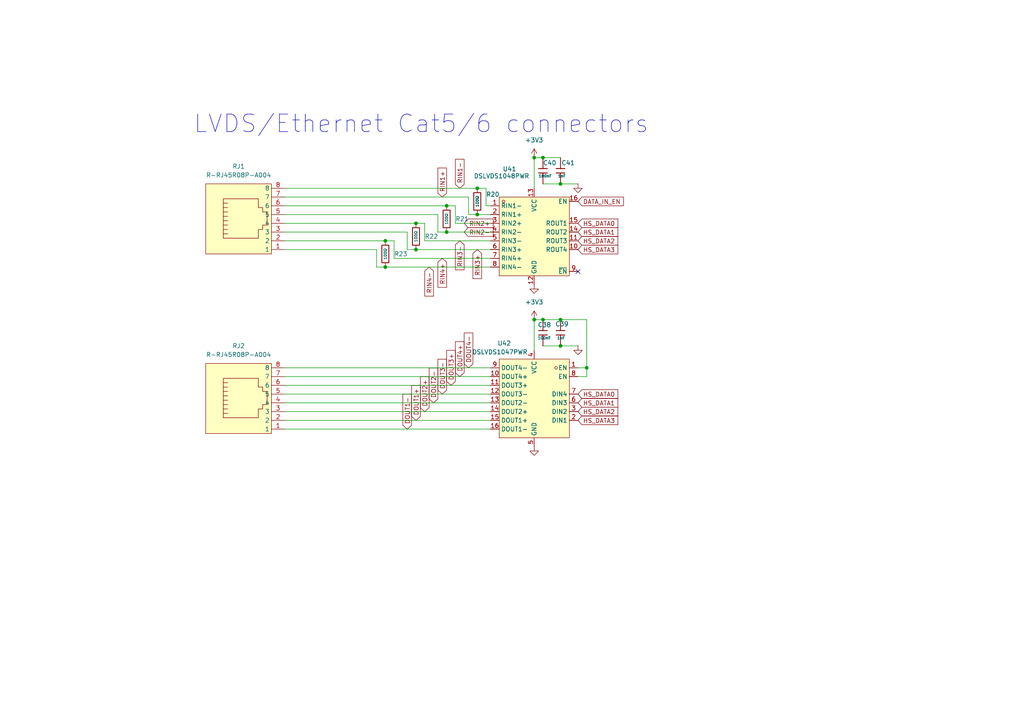
<source format=kicad_sch>
(kicad_sch (version 20250114) (generator "eeschema") (generator_version "9.0")
  (paper "A4")
  (lib_symbols
    (symbol "EasyEDA:DSLVDS1047PWR"
      (property "Reference" "U42" (at 7.62 12.954 0))
      (property "Value" "DSLVDS1047PWR" (at -10.16 13.208 0))
      (symbol "DSLVDS1047PWR_0_1"
        (rectangle (start -10.16 10.16) (end 10.16 -12.7) (fill (type background)))
        (circle (center -6.35 -10.16) (radius 0.38))
        (pin unspecified line (at -12.7 5.08 0) (length 2.54) (name "DIN1") (number "2"))
        (pin unspecified line (at -12.7 2.54 0) (length 2.54) (name "DIN2") (number "3"))
        (pin unspecified line (at -12.7 0 0) (length 2.54) (name "DIN3") (number "6"))
        (pin unspecified line (at -12.7 -2.54 0) (length 2.54) (name "DIN4") (number "7"))
        (pin unspecified line (at -12.7 -7.62 0) (length 2.54) (name "EN") (number "8"))
        (pin unspecified line (at -12.7 -10.16 0) (length 2.54) (name "EN") (number "1"))
        (pin unspecified line (at 0 12.7 270) (length 2.54) (name "GND") (number "5"))
        (pin unspecified line (at 0 -15.24 90) (length 2.54) (name "VCC") (number "4"))
        (pin unspecified line (at 12.7 7.62 180) (length 2.54) (name "DOUT1-") (number "16"))
        (pin unspecified line (at 12.7 5.08 180) (length 2.54) (name "DOUT1+") (number "15"))
        (pin unspecified line (at 12.7 2.54 180) (length 2.54) (name "DOUT2+") (number "14"))
        (pin unspecified line (at 12.7 0 180) (length 2.54) (name "DOUT2-") (number "13"))
        (pin unspecified line (at 12.7 -2.54 180) (length 2.54) (name "DOUT3-") (number "12"))
        (pin unspecified line (at 12.7 -5.08 180) (length 2.54) (name "DOUT3+") (number "11"))
        (pin unspecified line (at 12.7 -7.62 180) (length 2.54) (name "DOUT4+") (number "10"))
        (pin unspecified line (at 12.7 -10.16 180) (length 2.54) (name "DOUT4-") (number "9"))
      )
    )
    (symbol "EasyEDA:DSLVDS1048PWR"
      (property "Reference" "U41" (at 5.08 12.954 0))
      (property "Value" "DSLVDS1048PWR" (at -10.414 13.462 0))
      (symbol "DSLVDS1048PWR_0_1"
        (rectangle (start -10.16 11.43) (end 10.16 -11.43) (fill (type background)))
        (circle (center -8.89 10.16) (radius 0.38))
        (pin unspecified line (at -12.7 8.89 0) (length 2.54) (name "RIN1-") (number "1"))
        (pin unspecified line (at -12.7 6.35 0) (length 2.54) (name "RIN1+") (number "2"))
        (pin unspecified line (at -12.7 3.81 0) (length 2.54) (name "RIN2+") (number "3"))
        (pin unspecified line (at -12.7 1.27 0) (length 2.54) (name "RIN2-") (number "4"))
        (pin unspecified line (at -12.7 -1.27 0) (length 2.54) (name "RIN3-") (number "5"))
        (pin unspecified line (at -12.7 -3.81 0) (length 2.54) (name "RIN3+") (number "6"))
        (pin unspecified line (at -12.7 -6.35 0) (length 2.54) (name "RIN4+") (number "7"))
        (pin unspecified line (at -12.7 -8.89 0) (length 2.54) (name "RIN4-") (number "8"))
        (pin unspecified line (at 0 13.97 270) (length 2.54) (name "VCC") (number "13"))
        (pin unspecified line (at 0 -13.97 90) (length 2.54) (name "GND") (number "12"))
        (pin unspecified line (at 12.7 10.16 180) (length 2.54) (name "EN") (number "16"))
        (pin unspecified line (at 12.7 3.81 180) (length 2.54) (name "ROUT1") (number "15"))
        (pin unspecified line (at 12.7 1.27 180) (length 2.54) (name "ROUT2") (number "14"))
        (pin unspecified line (at 12.7 -1.27 180) (length 2.54) (name "ROUT3") (number "11"))
        (pin unspecified line (at 12.7 -3.81 180) (length 2.54) (name "ROUT4") (number "10"))
        (pin unspecified line (at 12.7 -10.16 180) (length 2.54) (name "~{EN}") (number "9"))
      )
    )
    (symbol "EasyEDA:R-RJ45R08P-A004"
      (property "Reference" "RJ" (at 0 -7.62 0))
      (property "Value" "R-RJ45R08P-A004" (at 0 -17.78 0))
      (symbol "R-RJ45R08P-A004_0_1"
        (rectangle (start -11.43 10.16) (end 8.89 -8.89) (fill (type background)))
        (polyline (pts (xy -6.86 5.08) (xy 4.57 5.08) (xy 4.57 -5.08) (xy 2.03 -5.08) (xy 2.03 -6.35) (xy 0.76 -6.35) (xy 0.76 -7.62) (xy -3.05 -7.62) (xy -3.05 -6.35) (xy -4.32 -6.35) (xy -4.32 -5.08) (xy -6.86 -5.08) (xy -6.86 5.08) (xy -6.86 5.08)) (fill (type background)))
        (polyline (pts (xy -5.59 3.81) (xy -5.59 5.08) (xy -5.59 5.08)))
        (polyline (pts (xy -4.32 5.08) (xy -4.32 3.81) (xy -4.32 3.81)))
        (polyline (pts (xy -3.05 5.08) (xy -3.05 3.81) (xy -3.05 3.81)))
        (polyline (pts (xy -1.78 5.08) (xy -1.78 3.81) (xy -1.78 3.81)))
        (polyline (pts (xy -0.51 5.08) (xy -0.51 3.81) (xy -0.51 3.81)))
        (polyline (pts (xy 0.76 5.08) (xy 0.76 3.81) (xy 0.76 3.81)))
        (polyline (pts (xy 2.03 3.81) (xy 2.03 5.08) (xy 2.03 5.08)))
        (polyline (pts (xy 3.3 3.81) (xy 3.3 5.08) (xy 3.3 5.08)))
        (pin unspecified line (at -10.16 -12.7 90) (length 3.81) (name "1") (number "1"))
        (pin unspecified line (at -7.62 -12.7 90) (length 3.81) (name "2") (number "2"))
        (pin unspecified line (at -5.08 -12.7 90) (length 3.81) (name "3") (number "3"))
        (pin unspecified line (at -2.54 -12.7 90) (length 3.81) (name "4") (number "4"))
        (pin unspecified line (at 0 -12.7 90) (length 3.81) (name "5") (number "5"))
        (pin unspecified line (at 2.54 -12.7 90) (length 3.81) (name "6") (number "6"))
        (pin unspecified line (at 5.08 -12.7 90) (length 3.81) (name "7") (number "7"))
        (pin unspecified line (at 7.62 -12.7 90) (length 3.81) (name "8") (number "8"))
      )
    )
    (symbol "PCM_JLCPCB-Capacitors:0402,100nF" (pin_numbers (hide yes)) (pin_names (offset 0))
      (property "Reference" "C" (at 2.032 1.668 0))
      (property "Value" "100nF" (at 2.032 -0.3782 0))
      (property "Voltage Rated" "16V" (at 2.032 -2.0462 0))
      (symbol "0402,100nF_0_1"
        (polyline (pts (xy -1.27 0.635) (xy 1.27 0.635)) (stroke (width 0.254)))
        (polyline (pts (xy -1.27 -0.635) (xy 1.27 -0.635)) (stroke (width 0.254)))
      )
      (symbol "0402,100nF_1_1"
        (pin passive line (at 0 3.81 270) (length 3.175) (name "~") (number "1"))
        (pin passive line (at 0 -3.81 90) (length 3.175) (name "~") (number "2"))
      )
    )
    (symbol "PCM_JLCPCB-Capacitors:0402,1nF" (pin_numbers (hide yes)) (pin_names (offset 0))
      (property "Reference" "C" (at 2.032 1.668 0))
      (property "Value" "1nF" (at 2.032 -0.3782 0))
      (property "Voltage Rated" "50V" (at 2.032 -2.0462 0))
      (symbol "0402,1nF_0_1"
        (polyline (pts (xy -1.27 0.635) (xy 1.27 0.635)) (stroke (width 0.254)))
        (polyline (pts (xy -1.27 -0.635) (xy 1.27 -0.635)) (stroke (width 0.254)))
      )
      (symbol "0402,1nF_1_1"
        (pin passive line (at 0 3.81 270) (length 3.175) (name "~") (number "1"))
        (pin passive line (at 0 -3.81 90) (length 3.175) (name "~") (number "2"))
      )
    )
    (symbol "PCM_JLCPCB-Resistors:0402,100Ω" (pin_numbers (hide yes)) (pin_names (offset 0))
      (property "Reference" "R" (at 1.778 0 0))
      (property "Value" "100Ω" (at 0 0 90))
      (symbol "0402,100Ω_0_1"
        (rectangle (start -1.016 2.54) (end 1.016 -2.54) (stroke (width 0.254)))
      )
      (symbol "0402,100Ω_1_1"
        (pin passive line (at 0 3.81 270) (length 1.27) (name "~") (number "1"))
        (pin passive line (at 0 -3.81 90) (length 1.27) (name "~") (number "2"))
      )
    )
    (symbol "power:+3V3" (power) (pin_numbers (hide yes)) (pin_names (offset 0) (hide yes))
      (property "Value" "+3V3" (at 0 3.556 0))
      (symbol "+3V3_0_1"
        (polyline (pts (xy -0.762 1.27) (xy 0 2.54)))
        (polyline (pts (xy 0 2.54) (xy 0.762 1.27)))
        (polyline (pts (xy 0 0) (xy 0 2.54)))
      )
      (symbol "+3V3_1_1"
        (pin power_in line (at 0 0 90) (length 0) (name "~") (number "1"))
      )
    )
    (symbol "power:GND" (power) (pin_numbers (hide yes)) (pin_names (offset 0) (hide yes))
      (property "Value" "GND" (at 0 -3.81 0))
      (symbol "GND_0_1"
        (polyline (pts (xy 0 0) (xy 0 -1.27) (xy 1.27 -1.27) (xy 0 -2.54) (xy -1.27 -1.27) (xy 0 -1.27)))
      )
      (symbol "GND_1_1"
        (pin power_in line (at 0 0 270) (length 0) (name "~") (number "1"))
      )
    )
  )
  (text "LVDS/Ethernet Cat5/6 connectors" (at 122.174 36.068 0) (effects (font (size 5.08 5.08))))
  (junction (at 129.54 67.31))
  (junction (at 157.48 45.72))
  (junction (at 111.76 77.47))
  (junction (at 162.56 92.71))
  (junction (at 129.54 59.69))
  (junction (at 157.48 92.71))
  (junction (at 154.94 92.71))
  (junction (at 162.56 100.33))
  (junction (at 162.56 53.34))
  (junction (at 154.94 45.72))
  (junction (at 111.76 69.85))
  (junction (at 120.65 72.39))
  (junction (at 138.43 54.61))
  (junction (at 138.43 62.23))
  (junction (at 120.65 64.77))
  (junction (at 170.18 106.68))
  (no_connect (at 167.64 78.74))
  (wire (pts (xy 82.55 59.69) (xy 129.54 59.69)))
  (wire (pts (xy 114.3 74.93) (xy 142.24 74.93)))
  (wire (pts (xy 129.54 67.31) (xy 142.24 67.31)))
  (wire (pts (xy 114.3 74.93) (xy 114.3 69.85)))
  (wire (pts (xy 118.11 72.39) (xy 118.11 67.31)))
  (wire (pts (xy 82.55 119.38) (xy 142.24 119.38)))
  (wire (pts (xy 162.56 53.34) (xy 167.64 53.34)))
  (wire (pts (xy 120.65 72.39) (xy 142.24 72.39)))
  (wire (pts (xy 111.76 69.85) (xy 114.3 69.85)))
  (wire (pts (xy 82.55 69.85) (xy 111.76 69.85)))
  (wire (pts (xy 82.55 111.76) (xy 142.24 111.76)))
  (wire (pts (xy 138.43 62.23) (xy 142.24 62.23)))
  (wire (pts (xy 157.48 92.71) (xy 162.56 92.71)))
  (wire (pts (xy 120.65 72.39) (xy 118.11 72.39)))
  (wire (pts (xy 111.76 77.47) (xy 109.22 77.47)))
  (wire (pts (xy 138.43 62.23) (xy 135.89 62.23)))
  (wire (pts (xy 154.94 45.72) (xy 157.48 45.72)))
  (wire (pts (xy 157.48 100.33) (xy 162.56 100.33)))
  (wire (pts (xy 82.55 106.68) (xy 142.24 106.68)))
  (wire (pts (xy 82.55 109.22) (xy 142.24 109.22)))
  (wire (pts (xy 132.08 64.77) (xy 132.08 59.69)))
  (wire (pts (xy 154.94 92.71) (xy 157.48 92.71)))
  (wire (pts (xy 170.18 106.68) (xy 167.64 106.68)))
  (wire (pts (xy 135.89 62.23) (xy 135.89 57.15)))
  (wire (pts (xy 82.55 72.39) (xy 109.22 72.39)))
  (wire (pts (xy 140.97 59.69) (xy 140.97 54.61)))
  (wire (pts (xy 82.55 54.61) (xy 138.43 54.61)))
  (wire (pts (xy 162.56 92.71) (xy 170.18 92.71)))
  (wire (pts (xy 123.19 69.85) (xy 123.19 64.77)))
  (wire (pts (xy 82.55 57.15) (xy 135.89 57.15)))
  (wire (pts (xy 170.18 106.68) (xy 170.18 109.22)))
  (wire (pts (xy 82.55 64.77) (xy 120.65 64.77)))
  (wire (pts (xy 123.19 69.85) (xy 142.24 69.85)))
  (wire (pts (xy 127 67.31) (xy 127 62.23)))
  (wire (pts (xy 154.94 45.72) (xy 154.94 54.61)))
  (wire (pts (xy 82.55 62.23) (xy 127 62.23)))
  (wire (pts (xy 140.97 54.61) (xy 138.43 54.61)))
  (wire (pts (xy 120.65 64.77) (xy 123.19 64.77)))
  (wire (pts (xy 170.18 109.22) (xy 167.64 109.22)))
  (wire (pts (xy 129.54 67.31) (xy 127 67.31)))
  (wire (pts (xy 129.54 59.69) (xy 132.08 59.69)))
  (wire (pts (xy 142.24 59.69) (xy 140.97 59.69)))
  (wire (pts (xy 170.18 92.71) (xy 170.18 106.68)))
  (wire (pts (xy 154.94 92.71) (xy 154.94 101.6)))
  (wire (pts (xy 142.24 77.47) (xy 111.76 77.47)))
  (wire (pts (xy 82.55 114.3) (xy 142.24 114.3)))
  (wire (pts (xy 132.08 64.77) (xy 142.24 64.77)))
  (wire (pts (xy 162.56 100.33) (xy 167.64 100.33)))
  (wire (pts (xy 82.55 67.31) (xy 118.11 67.31)))
  (wire (pts (xy 82.55 121.92) (xy 142.24 121.92)))
  (wire (pts (xy 109.22 77.47) (xy 109.22 72.39)))
  (wire (pts (xy 82.55 116.84) (xy 142.24 116.84)))
  (wire (pts (xy 157.48 53.34) (xy 162.56 53.34)))
  (wire (pts (xy 82.55 124.46) (xy 142.24 124.46)))
  (wire (pts (xy 157.48 45.72) (xy 162.56 45.72)))
  (global_label "RIN4+" (shape input) (at 128.27 74.93 270) (property "Intersheetrefs" "${INTERSHEET_REFS}" (effects (hide yes))))
  (global_label "RIN1+" (shape input) (at 128.27 57.15 90) (property "Intersheetrefs" "${INTERSHEET_REFS}" (effects (hide yes))))
  (global_label "HS_DATA1" (shape input) (at 167.64 116.84 0) (property "Intersheetrefs" "${INTERSHEET_REFS}" (effects (hide yes))))
  (global_label "RIN4-" (shape input) (at 124.46 77.47 270) (property "Intersheetrefs" "${INTERSHEET_REFS}" (effects (hide yes))))
  (global_label "HS_DATA3" (shape input) (at 167.64 121.92 0) (property "Intersheetrefs" "${INTERSHEET_REFS}" (effects (hide yes))))
  (global_label "DOUT2+" (shape input) (at 123.19 119.38 90) (property "Intersheetrefs" "${INTERSHEET_REFS}" (effects (hide yes))))
  (global_label "HS_DATA0" (shape input) (at 167.64 114.3 0) (property "Intersheetrefs" "${INTERSHEET_REFS}" (effects (hide yes))))
  (global_label "HS_DATA1" (shape input) (at 167.64 67.31 0) (property "Intersheetrefs" "${INTERSHEET_REFS}" (effects (hide yes))))
  (global_label "DOUT3+" (shape input) (at 130.81 111.76 90) (property "Intersheetrefs" "${INTERSHEET_REFS}" (effects (hide yes))))
  (global_label "DATA_IN_EN" (shape input) (at 167.64 58.42 0) (property "Intersheetrefs" "${INTERSHEET_REFS}" (effects (hide yes))))
  (global_label "RIN3-" (shape input) (at 133.35 69.85 270) (property "Intersheetrefs" "${INTERSHEET_REFS}" (effects (hide yes))))
  (global_label "HS_DATA2" (shape input) (at 167.64 69.85 0) (property "Intersheetrefs" "${INTERSHEET_REFS}" (effects (hide yes))))
  (global_label "DOUT1+" (shape input) (at 120.65 121.92 90) (property "Intersheetrefs" "${INTERSHEET_REFS}" (effects (hide yes))))
  (global_label "DOUT4-" (shape input) (at 135.89 106.68 90) (property "Intersheetrefs" "${INTERSHEET_REFS}" (effects (hide yes))))
  (global_label "RIN2+" (shape input) (at 134.62 64.77 0) (property "Intersheetrefs" "${INTERSHEET_REFS}" (effects (hide yes))))
  (global_label "DOUT1-" (shape input) (at 118.11 124.46 90) (property "Intersheetrefs" "${INTERSHEET_REFS}" (effects (hide yes))))
  (global_label "RIN3+" (shape input) (at 138.43 72.39 270) (property "Intersheetrefs" "${INTERSHEET_REFS}" (effects (hide yes))))
  (global_label "HS_DATA3" (shape input) (at 167.64 72.39 0) (property "Intersheetrefs" "${INTERSHEET_REFS}" (effects (hide yes))))
  (global_label "DOUT4+" (shape input) (at 133.35 109.22 90) (property "Intersheetrefs" "${INTERSHEET_REFS}" (effects (hide yes))))
  (global_label "RIN1-" (shape input) (at 133.35 54.61 90) (property "Intersheetrefs" "${INTERSHEET_REFS}" (effects (hide yes))))
  (global_label "DOUT3-" (shape input) (at 128.27 114.3 90) (property "Intersheetrefs" "${INTERSHEET_REFS}" (effects (hide yes))))
  (global_label "RIN2-" (shape input) (at 134.62 67.31 0) (property "Intersheetrefs" "${INTERSHEET_REFS}" (effects (hide yes))))
  (global_label "HS_DATA2" (shape input) (at 167.64 119.38 0) (property "Intersheetrefs" "${INTERSHEET_REFS}" (effects (hide yes))))
  (global_label "HS_DATA0" (shape input) (at 167.64 64.77 0) (property "Intersheetrefs" "${INTERSHEET_REFS}" (effects (hide yes))))
  (global_label "DOUT2-" (shape input) (at 125.73 116.84 90) (property "Intersheetrefs" "${INTERSHEET_REFS}" (effects (hide yes))))
  (symbol (lib_id "EasyEDA:R-RJ45R08P-A004") (at 69.85 114.3 90) (unit 1)
    (property "Reference" "RJ2" (at 69.215 100.33 90))
    (property "Value" "R-RJ45R08P-A004" (at 69.215 102.87 90))
    (property "Footprint" "EasyEDA:RJ45-TH_R-RJ45R08P-A004" (effects (hide yes)))
    (property "Datasheet" "https://lcsc.com/product-detail/New-Arrivals_Shenzhen-Cankemeng-R-RJ45R08P-A004_C385834.html" (effects (hide yes)))
    (property "LCSC Part" "C385834" (effects (hide yes)))
  )
  (symbol (lib_id "power:+3V3") (at 154.94 92.71 0) (unit 1)
    (property "Reference" "#PWR098" (effects (hide yes)))
    (property "Value" "+3V3" (at 154.94 87.63 0))
    (property "Description" "Power symbol creates a global label with name \"+3V3\"" (effects (hide yes)))
  )
  (symbol (lib_id "PCM_JLCPCB-Resistors:0402,100Ω") (at 138.43 58.42 0) (unit 1)
    (property "Reference" "R20" (at 140.97 56.388 0) (effects (justify left)))
    (property "Value" "100Ω" (at 138.43 58.42 90) (effects (font (size 0.8 0.8))))
    (property "Footprint" "PCM_JLCPCB:R_0402" (effects (hide yes)))
    (property "Datasheet" "https://www.lcsc.com/datasheet/lcsc_datasheet_2205311900_UNI-ROYAL-Uniroyal-Elec-0402WGF1000TCE_C25076.pdf" (effects (hide yes)))
    (property "Description" "62.5mW Thick Film Resistors 50V ±1% ±200ppm/°C 100Ω 0402 Chip Resistor - Surface Mount ROHS" (effects (hide yes)))
    (property "LCSC" "C25076" (effects (hide yes)))
    (property "Stock" "3895168" (effects (hide yes)))
    (property "Price" "0.004USD" (effects (hide yes)))
    (property "Process" "SMT" (effects (hide yes)))
    (property "Minimum Qty" "20" (effects (hide yes)))
    (property "Attrition Qty" "10" (effects (hide yes)))
    (property "Class" "Basic Component" (effects (hide yes)))
    (property "Category" "Resistors,Chip Resistor - Surface Mount" (effects (hide yes)))
    (property "Manufacturer" "UNI-ROYAL(Uniroyal Elec)" (effects (hide yes)))
    (property "Part" "0402WGF1000TCE" (effects (hide yes)))
    (property "Resistance" "100Ω" (effects (hide yes)))
    (property "Power(Watts)" "62.5mW" (effects (hide yes)))
    (property "Type" "Thick Film Resistors" (effects (hide yes)))
    (property "Overload Voltage (Max)" "50V" (effects (hide yes)))
    (property "Operating Temperature Range" "-55°C~+155°C" (effects (hide yes)))
    (property "Tolerance" "±1%" (effects (hide yes)))
    (property "Temperature Coefficient" "±200ppm/°C" (effects (hide yes)))
  )
  (symbol (lib_id "PCM_JLCPCB-Capacitors:0402,1nF") (at 162.56 96.52 0) (unit 1)
    (property "Reference" "C39" (at 161.036 93.98 0) (effects (justify left)))
    (property "Value" "1nF" (at 161.544 98.044 0) (effects (font (size 0.8 0.8)) (justify left)))
    (property "Footprint" "PCM_JLCPCB:C_0402" (effects (hide yes)))
    (property "Datasheet" "https://www.lcsc.com/datasheet/lcsc_datasheet_2304140030_FH--Guangdong-Fenghua-Advanced-Tech-0402B102K500NT_C1523.pdf" (effects (hide yes)))
    (property "Description" "50V 1nF X7R ±10% 0402 Multilayer Ceramic Capacitors MLCC - SMD/SMT ROHS" (effects (hide yes)))
    (property "LCSC" "C1523" (effects (hide yes)))
    (property "Stock" "4912077" (effects (hide yes)))
    (property "Price" "0.004USD" (effects (hide yes)))
    (property "Process" "SMT" (effects (hide yes)))
    (property "Minimum Qty" "20" (effects (hide yes)))
    (property "Attrition Qty" "10" (effects (hide yes)))
    (property "Class" "Basic Component" (effects (hide yes)))
    (property "Category" "Capacitors,Multilayer Ceramic Capacitors MLCC - SMD/SMT" (effects (hide yes)))
    (property "Manufacturer" "FH(Guangdong Fenghua Advanced Tech)" (effects (hide yes)))
    (property "Part" "0402B102K500NT" (effects (hide yes)))
    (property "Voltage Rated" "50V" (effects (hide yes)))
    (property "Tolerance" "±10%" (effects (hide yes)))
    (property "Capacitance" "1nF" (effects (hide yes)))
    (property "Temperature Coefficient" "X7R" (effects (hide yes)))
  )
  (symbol (lib_id "power:GND") (at 154.94 82.55 0) (unit 1)
    (property "Reference" "#PWR097" (effects (hide yes)))
    (property "Value" "GND" (effects (hide yes)))
    (property "Description" "Power symbol creates a global label with name \"GND\" , ground" (effects (hide yes)))
  )
  (symbol (lib_id "PCM_JLCPCB-Capacitors:0402,100nF") (at 157.48 96.52 0) (unit 1)
    (property "Reference" "C38" (at 155.956 94.234 0) (effects (justify left)))
    (property "Value" "100nF" (at 155.956 98.044 0) (effects (font (size 0.8 0.8)) (justify left)))
    (property "Footprint" "PCM_JLCPCB:C_0402" (effects (hide yes)))
    (property "Datasheet" "https://www.lcsc.com/datasheet/lcsc_datasheet_2304140030_Samsung-Electro-Mechanics-CL05B104KO5NNNC_C1525.pdf" (effects (hide yes)))
    (property "Description" "16V 100nF X7R ±10% 0402 Multilayer Ceramic Capacitors MLCC - SMD/SMT ROHS" (effects (hide yes)))
    (property "LCSC" "C1525" (effects (hide yes)))
    (property "Stock" "16712941" (effects (hide yes)))
    (property "Price" "0.004USD" (effects (hide yes)))
    (property "Process" "SMT" (effects (hide yes)))
    (property "Minimum Qty" "20" (effects (hide yes)))
    (property "Attrition Qty" "10" (effects (hide yes)))
    (property "Class" "Basic Component" (effects (hide yes)))
    (property "Category" "Capacitors,Multilayer Ceramic Capacitors MLCC - SMD/SMT" (effects (hide yes)))
    (property "Manufacturer" "Samsung Electro-Mechanics" (effects (hide yes)))
    (property "Part" "CL05B104KO5NNNC" (effects (hide yes)))
    (property "Voltage Rated" "16V" (effects (hide yes)))
    (property "Tolerance" "±10%" (effects (hide yes)))
    (property "Capacitance" "100nF" (effects (hide yes)))
    (property "Temperature Coefficient" "X7R" (effects (hide yes)))
  )
  (symbol (lib_id "PCM_JLCPCB-Capacitors:0402,1nF") (at 162.56 49.53 0) (unit 1)
    (property "Reference" "C41" (at 162.814 47.244 0) (effects (justify left)))
    (property "Value" "1nF" (at 161.798 51.054 0) (effects (font (size 0.8 0.8)) (justify left)))
    (property "Footprint" "PCM_JLCPCB:C_0402" (effects (hide yes)))
    (property "Datasheet" "https://www.lcsc.com/datasheet/lcsc_datasheet_2304140030_FH--Guangdong-Fenghua-Advanced-Tech-0402B102K500NT_C1523.pdf" (effects (hide yes)))
    (property "Description" "50V 1nF X7R ±10% 0402 Multilayer Ceramic Capacitors MLCC - SMD/SMT ROHS" (effects (hide yes)))
    (property "LCSC" "C1523" (effects (hide yes)))
    (property "Stock" "4912077" (effects (hide yes)))
    (property "Price" "0.004USD" (effects (hide yes)))
    (property "Process" "SMT" (effects (hide yes)))
    (property "Minimum Qty" "20" (effects (hide yes)))
    (property "Attrition Qty" "10" (effects (hide yes)))
    (property "Class" "Basic Component" (effects (hide yes)))
    (property "Category" "Capacitors,Multilayer Ceramic Capacitors MLCC - SMD/SMT" (effects (hide yes)))
    (property "Manufacturer" "FH(Guangdong Fenghua Advanced Tech)" (effects (hide yes)))
    (property "Part" "0402B102K500NT" (effects (hide yes)))
    (property "Voltage Rated" "50V" (effects (hide yes)))
    (property "Tolerance" "±10%" (effects (hide yes)))
    (property "Capacitance" "1nF" (effects (hide yes)))
    (property "Temperature Coefficient" "X7R" (effects (hide yes)))
  )
  (symbol (lib_id "PCM_JLCPCB-Resistors:0402,100Ω") (at 129.54 63.5 0) (unit 1)
    (property "Reference" "R21" (at 132.08 63.4999 0) (effects (justify left)))
    (property "Value" "100Ω" (at 129.54 63.5 90) (effects (font (size 0.8 0.8))))
    (property "Footprint" "PCM_JLCPCB:R_0402" (effects (hide yes)))
    (property "Datasheet" "https://www.lcsc.com/datasheet/lcsc_datasheet_2205311900_UNI-ROYAL-Uniroyal-Elec-0402WGF1000TCE_C25076.pdf" (effects (hide yes)))
    (property "Description" "62.5mW Thick Film Resistors 50V ±1% ±200ppm/°C 100Ω 0402 Chip Resistor - Surface Mount ROHS" (effects (hide yes)))
    (property "LCSC" "C25076" (effects (hide yes)))
    (property "Stock" "3895168" (effects (hide yes)))
    (property "Price" "0.004USD" (effects (hide yes)))
    (property "Process" "SMT" (effects (hide yes)))
    (property "Minimum Qty" "20" (effects (hide yes)))
    (property "Attrition Qty" "10" (effects (hide yes)))
    (property "Class" "Basic Component" (effects (hide yes)))
    (property "Category" "Resistors,Chip Resistor - Surface Mount" (effects (hide yes)))
    (property "Manufacturer" "UNI-ROYAL(Uniroyal Elec)" (effects (hide yes)))
    (property "Part" "0402WGF1000TCE" (effects (hide yes)))
    (property "Resistance" "100Ω" (effects (hide yes)))
    (property "Power(Watts)" "62.5mW" (effects (hide yes)))
    (property "Type" "Thick Film Resistors" (effects (hide yes)))
    (property "Overload Voltage (Max)" "50V" (effects (hide yes)))
    (property "Operating Temperature Range" "-55°C~+155°C" (effects (hide yes)))
    (property "Tolerance" "±1%" (effects (hide yes)))
    (property "Temperature Coefficient" "±200ppm/°C" (effects (hide yes)))
  )
  (symbol (lib_id "power:+3V3") (at 154.94 45.72 0) (unit 1)
    (property "Reference" "#PWR0101" (effects (hide yes)))
    (property "Value" "+3V3" (at 154.94 40.64 0))
    (property "Description" "Power symbol creates a global label with name \"+3V3\"" (effects (hide yes)))
  )
  (symbol (lib_id "PCM_JLCPCB-Capacitors:0402,100nF") (at 157.48 49.53 0) (unit 1)
    (property "Reference" "C40" (at 157.48 47.244 0) (effects (justify left)))
    (property "Value" "100nF" (at 156.21 51.054 0) (effects (font (size 0.8 0.8)) (justify left)))
    (property "Footprint" "PCM_JLCPCB:C_0402" (effects (hide yes)))
    (property "Datasheet" "https://www.lcsc.com/datasheet/lcsc_datasheet_2304140030_Samsung-Electro-Mechanics-CL05B104KO5NNNC_C1525.pdf" (effects (hide yes)))
    (property "Description" "16V 100nF X7R ±10% 0402 Multilayer Ceramic Capacitors MLCC - SMD/SMT ROHS" (effects (hide yes)))
    (property "LCSC" "C1525" (effects (hide yes)))
    (property "Stock" "16712941" (effects (hide yes)))
    (property "Price" "0.004USD" (effects (hide yes)))
    (property "Process" "SMT" (effects (hide yes)))
    (property "Minimum Qty" "20" (effects (hide yes)))
    (property "Attrition Qty" "10" (effects (hide yes)))
    (property "Class" "Basic Component" (effects (hide yes)))
    (property "Category" "Capacitors,Multilayer Ceramic Capacitors MLCC - SMD/SMT" (effects (hide yes)))
    (property "Manufacturer" "Samsung Electro-Mechanics" (effects (hide yes)))
    (property "Part" "CL05B104KO5NNNC" (effects (hide yes)))
    (property "Voltage Rated" "16V" (effects (hide yes)))
    (property "Tolerance" "±10%" (effects (hide yes)))
    (property "Capacitance" "100nF" (effects (hide yes)))
    (property "Temperature Coefficient" "X7R" (effects (hide yes)))
  )
  (symbol (lib_id "PCM_JLCPCB-Resistors:0402,100Ω") (at 111.76 73.66 0) (unit 1)
    (property "Reference" "R23" (at 114.3 73.6599 0) (effects (justify left)))
    (property "Value" "100Ω" (at 111.76 73.66 90) (effects (font (size 0.8 0.8))))
    (property "Footprint" "PCM_JLCPCB:R_0402" (effects (hide yes)))
    (property "Datasheet" "https://www.lcsc.com/datasheet/lcsc_datasheet_2205311900_UNI-ROYAL-Uniroyal-Elec-0402WGF1000TCE_C25076.pdf" (effects (hide yes)))
    (property "Description" "62.5mW Thick Film Resistors 50V ±1% ±200ppm/°C 100Ω 0402 Chip Resistor - Surface Mount ROHS" (effects (hide yes)))
    (property "LCSC" "C25076" (effects (hide yes)))
    (property "Stock" "3895168" (effects (hide yes)))
    (property "Price" "0.004USD" (effects (hide yes)))
    (property "Process" "SMT" (effects (hide yes)))
    (property "Minimum Qty" "20" (effects (hide yes)))
    (property "Attrition Qty" "10" (effects (hide yes)))
    (property "Class" "Basic Component" (effects (hide yes)))
    (property "Category" "Resistors,Chip Resistor - Surface Mount" (effects (hide yes)))
    (property "Manufacturer" "UNI-ROYAL(Uniroyal Elec)" (effects (hide yes)))
    (property "Part" "0402WGF1000TCE" (effects (hide yes)))
    (property "Resistance" "100Ω" (effects (hide yes)))
    (property "Power(Watts)" "62.5mW" (effects (hide yes)))
    (property "Type" "Thick Film Resistors" (effects (hide yes)))
    (property "Overload Voltage (Max)" "50V" (effects (hide yes)))
    (property "Operating Temperature Range" "-55°C~+155°C" (effects (hide yes)))
    (property "Tolerance" "±1%" (effects (hide yes)))
    (property "Temperature Coefficient" "±200ppm/°C" (effects (hide yes)))
  )
  (symbol (lib_id "EasyEDA:DSLVDS1047PWR") (at 154.94 116.84 180) (unit 1)
    (property "Reference" "U42" (at 144.272 99.568 0) (effects (justify right)))
    (property "Value" "DSLVDS1047PWR" (at 136.906 102.108 0) (effects (justify right)))
    (property "Footprint" "EasyEDA:TSSOP-16_L5.0-W4.4-P0.65-LS6.4-TL" (effects (hide yes)))
    (property "LCSC Part" "C2671205" (effects (hide yes)))
  )
  (symbol (lib_id "power:GND") (at 167.64 100.33 0) (unit 1)
    (property "Reference" "#PWR0100" (effects (hide yes)))
    (property "Value" "GND" (effects (hide yes)))
    (property "Description" "Power symbol creates a global label with name \"GND\" , ground" (effects (hide yes)))
  )
  (symbol (lib_id "EasyEDA:DSLVDS1048PWR") (at 154.94 68.58 0) (unit 1)
    (property "Reference" "U41" (at 145.796 49.022 0) (effects (justify left)))
    (property "Value" "DSLVDS1048PWR" (at 137.414 51.054 0) (effects (justify left)))
    (property "Footprint" "EasyEDA:TSSOP-16_L5.0-W4.4-P0.65-LS6.4-BL" (effects (hide yes)))
    (property "LCSC Part" "C2671655" (effects (hide yes)))
  )
  (symbol (lib_id "power:GND") (at 154.94 129.54 0) (unit 1)
    (property "Reference" "#PWR096" (effects (hide yes)))
    (property "Value" "GND" (effects (hide yes)))
    (property "Description" "Power symbol creates a global label with name \"GND\" , ground" (effects (hide yes)))
  )
  (symbol (lib_id "EasyEDA:R-RJ45R08P-A004") (at 69.85 62.23 90) (unit 1)
    (property "Reference" "RJ1" (at 69.215 48.26 90))
    (property "Value" "R-RJ45R08P-A004" (at 69.215 50.8 90))
    (property "Footprint" "EasyEDA:RJ45-TH_R-RJ45R08P-A004" (effects (hide yes)))
    (property "Datasheet" "https://lcsc.com/product-detail/New-Arrivals_Shenzhen-Cankemeng-R-RJ45R08P-A004_C385834.html" (effects (hide yes)))
    (property "LCSC Part" "C385834" (effects (hide yes)))
  )
  (symbol (lib_id "power:GND") (at 167.64 53.34 0) (unit 1)
    (property "Reference" "#PWR0102" (effects (hide yes)))
    (property "Value" "GND" (effects (hide yes)))
    (property "Description" "Power symbol creates a global label with name \"GND\" , ground" (effects (hide yes)))
  )
  (symbol (lib_id "PCM_JLCPCB-Resistors:0402,100Ω") (at 120.65 68.58 0) (unit 1)
    (property "Reference" "R22" (at 123.19 68.5799 0) (effects (justify left)))
    (property "Value" "100Ω" (at 120.65 68.58 90) (effects (font (size 0.8 0.8))))
    (property "Footprint" "PCM_JLCPCB:R_0402" (effects (hide yes)))
    (property "Datasheet" "https://www.lcsc.com/datasheet/lcsc_datasheet_2205311900_UNI-ROYAL-Uniroyal-Elec-0402WGF1000TCE_C25076.pdf" (effects (hide yes)))
    (property "Description" "62.5mW Thick Film Resistors 50V ±1% ±200ppm/°C 100Ω 0402 Chip Resistor - Surface Mount ROHS" (effects (hide yes)))
    (property "LCSC" "C25076" (effects (hide yes)))
    (property "Stock" "3895168" (effects (hide yes)))
    (property "Price" "0.004USD" (effects (hide yes)))
    (property "Process" "SMT" (effects (hide yes)))
    (property "Minimum Qty" "20" (effects (hide yes)))
    (property "Attrition Qty" "10" (effects (hide yes)))
    (property "Class" "Basic Component" (effects (hide yes)))
    (property "Category" "Resistors,Chip Resistor - Surface Mount" (effects (hide yes)))
    (property "Manufacturer" "UNI-ROYAL(Uniroyal Elec)" (effects (hide yes)))
    (property "Part" "0402WGF1000TCE" (effects (hide yes)))
    (property "Resistance" "100Ω" (effects (hide yes)))
    (property "Power(Watts)" "62.5mW" (effects (hide yes)))
    (property "Type" "Thick Film Resistors" (effects (hide yes)))
    (property "Overload Voltage (Max)" "50V" (effects (hide yes)))
    (property "Operating Temperature Range" "-55°C~+155°C" (effects (hide yes)))
    (property "Tolerance" "±1%" (effects (hide yes)))
    (property "Temperature Coefficient" "±200ppm/°C" (effects (hide yes)))
  )
)
</source>
